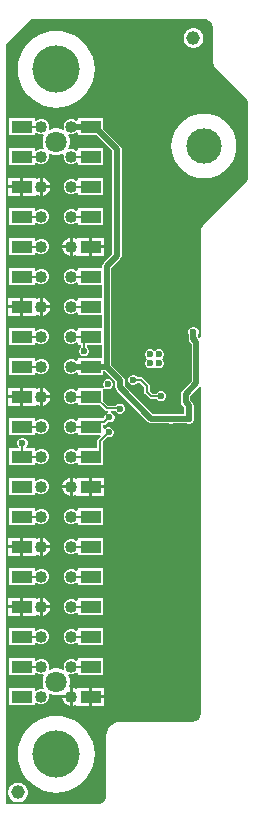
<source format=gtl>
G04*
G04 #@! TF.GenerationSoftware,Altium Limited,Altium Designer,23.1.1 (15)*
G04*
G04 Layer_Physical_Order=1*
G04 Layer_Color=255*
%FSLAX44Y44*%
%MOMM*%
G71*
G04*
G04 #@! TF.SameCoordinates,0AF84104-F659-47EF-A6CA-85AD17C22E92*
G04*
G04*
G04 #@! TF.FilePolarity,Positive*
G04*
G01*
G75*
%ADD11C,0.2000*%
%ADD14R,1.7800X1.0200*%
%ADD16C,1.8000*%
%ADD17C,1.0200*%
%ADD20C,0.5000*%
%ADD21C,1.1520*%
%ADD22C,3.0000*%
%ADD23C,4.0000*%
%ADD24C,0.6000*%
G36*
X170000Y667410D02*
X170730D01*
X172162Y667126D01*
X173510Y666567D01*
X174724Y665756D01*
X175756Y664724D01*
X176567Y663510D01*
X177126Y662161D01*
X177410Y660730D01*
X177410Y660000D01*
Y634142D01*
X177423Y634079D01*
X177414Y634015D01*
X177462Y633035D01*
X177508Y632849D01*
Y632657D01*
X177891Y630734D01*
X177988Y630498D01*
X178038Y630248D01*
X178788Y628437D01*
X178930Y628225D01*
X179028Y627989D01*
X180117Y626359D01*
X180252Y626224D01*
X180351Y626059D01*
X181010Y625332D01*
X181062Y625294D01*
X181098Y625240D01*
X205240Y601098D01*
X205756Y600582D01*
X206567Y599368D01*
X207126Y598019D01*
X207410Y596588D01*
X207410Y595858D01*
X207410Y534142D01*
X207410Y533412D01*
X207126Y531981D01*
X206567Y530632D01*
X205756Y529418D01*
X205240Y528902D01*
X205240Y528902D01*
X171098Y494760D01*
X171062Y494706D01*
X171010Y494668D01*
X170351Y493941D01*
X170252Y493776D01*
X170117Y493641D01*
X169028Y492010D01*
X168930Y491775D01*
X168788Y491563D01*
X168038Y489752D01*
X167988Y489502D01*
X167891Y489266D01*
X167508Y487343D01*
Y487151D01*
X167462Y486965D01*
X167414Y485985D01*
X167423Y485921D01*
X167410Y485858D01*
Y397989D01*
X166158Y397187D01*
X165634Y397349D01*
X165134Y398556D01*
Y400712D01*
X165560Y401741D01*
Y403439D01*
X164910Y405009D01*
X163709Y406210D01*
X162139Y406860D01*
X160441D01*
X158871Y406210D01*
X157670Y405009D01*
X157020Y403439D01*
Y401741D01*
X157446Y400712D01*
Y398199D01*
X157094Y397349D01*
Y395650D01*
X157744Y394081D01*
X158945Y392879D01*
X159405Y392689D01*
X159615Y392479D01*
Y360572D01*
X151802Y352758D01*
X150969Y351511D01*
X150676Y350040D01*
X150676Y350040D01*
Y343380D01*
X150676Y343380D01*
X150969Y341909D01*
X151802Y340662D01*
X153636Y338828D01*
Y332774D01*
X144118D01*
X143089Y333200D01*
X141391D01*
X140362Y332774D01*
X127322D01*
X102904Y357192D01*
Y361950D01*
X102904Y361950D01*
X102611Y363421D01*
X101778Y364668D01*
X101778Y364668D01*
X91754Y374692D01*
Y456878D01*
X99238Y464362D01*
X99238Y464362D01*
X100071Y465609D01*
X100364Y467080D01*
Y557680D01*
X100364Y557680D01*
X100071Y559151D01*
X99238Y560398D01*
X85000Y574636D01*
Y583400D01*
X63200D01*
Y581605D01*
X61930Y581078D01*
X61308Y581700D01*
X58967Y582670D01*
X56433D01*
X54092Y581700D01*
X52300Y579908D01*
X51330Y577567D01*
Y575033D01*
X51491Y574644D01*
X50483Y573760D01*
X49454Y574353D01*
X46519Y575140D01*
X43481D01*
X40546Y574353D01*
X39517Y573760D01*
X38509Y574644D01*
X38670Y575033D01*
Y577567D01*
X37700Y579908D01*
X35908Y581700D01*
X33567Y582670D01*
X31033D01*
X28692Y581700D01*
X28070Y581078D01*
X26800Y581605D01*
Y583400D01*
X5000D01*
Y569200D01*
X26800D01*
Y570995D01*
X28070Y571521D01*
X28692Y570900D01*
X31033Y569930D01*
X33567D01*
X33956Y570091D01*
X34840Y569083D01*
X34246Y568054D01*
X33460Y565119D01*
Y562081D01*
X34246Y559146D01*
X34840Y558117D01*
X33956Y557109D01*
X33567Y557270D01*
X31033D01*
X28692Y556300D01*
X28070Y555678D01*
X26800Y556205D01*
Y558000D01*
X5000D01*
Y543800D01*
X26800D01*
Y545595D01*
X28070Y546121D01*
X28692Y545500D01*
X31033Y544530D01*
X33567D01*
X35908Y545500D01*
X37700Y547292D01*
X38670Y549633D01*
Y552167D01*
X38509Y552556D01*
X39517Y553440D01*
X40546Y552846D01*
X43481Y552060D01*
X46519D01*
X49454Y552846D01*
X50483Y553440D01*
X51491Y552556D01*
X51330Y552167D01*
Y549633D01*
X52300Y547292D01*
X54092Y545500D01*
X56433Y544530D01*
X58967D01*
X61308Y545500D01*
X61930Y546121D01*
X63200Y545595D01*
Y543800D01*
X85000D01*
Y558000D01*
X63200D01*
Y556205D01*
X61930Y555678D01*
X61308Y556300D01*
X58967Y557270D01*
X56433D01*
X56044Y557109D01*
X55160Y558117D01*
X55754Y559146D01*
X56540Y562081D01*
Y565119D01*
X55754Y568054D01*
X55160Y569083D01*
X56044Y570091D01*
X56433Y569930D01*
X58967D01*
X61308Y570900D01*
X61930Y571521D01*
X63200Y570995D01*
Y569200D01*
X79564D01*
X92676Y556088D01*
Y468672D01*
X85192Y461188D01*
X84359Y459941D01*
X84066Y458470D01*
X84066Y458470D01*
Y456400D01*
X63200D01*
Y454605D01*
X61930Y454078D01*
X61308Y454700D01*
X58967Y455670D01*
X56433D01*
X54092Y454700D01*
X52300Y452908D01*
X51330Y450567D01*
Y448033D01*
X52300Y445692D01*
X54092Y443900D01*
X56433Y442930D01*
X58967D01*
X61308Y443900D01*
X61930Y444521D01*
X63200Y443995D01*
Y442200D01*
X84066D01*
Y431000D01*
X63200D01*
Y429205D01*
X61930Y428679D01*
X61308Y429300D01*
X58967Y430270D01*
X56433D01*
X54092Y429300D01*
X52300Y427508D01*
X51330Y425167D01*
Y422633D01*
X52300Y420292D01*
X54092Y418500D01*
X56433Y417530D01*
X58967D01*
X61308Y418500D01*
X61930Y419122D01*
X63200Y418595D01*
Y416800D01*
X84066D01*
Y405600D01*
X63200D01*
Y403805D01*
X61930Y403279D01*
X61308Y403900D01*
X58967Y404870D01*
X56433D01*
X54092Y403900D01*
X52300Y402108D01*
X51330Y399767D01*
Y397233D01*
X52300Y394892D01*
X54092Y393100D01*
X56433Y392130D01*
X58967D01*
X61308Y393100D01*
X61930Y393722D01*
X63200Y393195D01*
Y391400D01*
X66266D01*
Y389743D01*
X66161Y389700D01*
X64960Y388499D01*
X64310Y386929D01*
Y385231D01*
X64960Y383661D01*
X66161Y382460D01*
X67731Y381810D01*
X69429D01*
X70999Y382460D01*
X72200Y383661D01*
X72850Y385231D01*
Y386929D01*
X72200Y388499D01*
X70999Y389700D01*
X70894Y389743D01*
Y391400D01*
X84066D01*
Y380200D01*
X63200D01*
Y378405D01*
X61930Y377878D01*
X61308Y378500D01*
X58967Y379470D01*
X56433D01*
X54092Y378500D01*
X52300Y376708D01*
X51330Y374367D01*
Y371833D01*
X52300Y369492D01*
X54092Y367700D01*
X56433Y366730D01*
X58967D01*
X61308Y367700D01*
X61930Y368321D01*
X63200Y367795D01*
Y366000D01*
X85000D01*
Y369256D01*
X86318D01*
X95216Y360358D01*
Y355600D01*
X95216Y355600D01*
X95509Y354129D01*
X96342Y352882D01*
X123012Y326212D01*
X123012Y326212D01*
X124259Y325379D01*
X125730Y325086D01*
X140362D01*
X141391Y324660D01*
X143089D01*
X144118Y325086D01*
X155602D01*
X156631Y324660D01*
X158329D01*
X159899Y325310D01*
X161100Y326511D01*
X161750Y328081D01*
Y329779D01*
X161324Y330808D01*
Y340420D01*
X161031Y341891D01*
X160198Y343138D01*
X160198Y343138D01*
X158364Y344972D01*
Y348448D01*
X166140Y356225D01*
X166299Y356218D01*
X167410Y355821D01*
X167410Y80000D01*
X167410Y79270D01*
X167125Y77839D01*
X166567Y76490D01*
X165756Y75276D01*
X164724Y74244D01*
X163510Y73433D01*
X162162Y72874D01*
X160730Y72590D01*
X160000D01*
X100000Y72590D01*
X99937Y72577D01*
X99873Y72586D01*
X98893Y72538D01*
X98707Y72492D01*
X98515D01*
X96592Y72109D01*
X96356Y72012D01*
X96106Y71962D01*
X94295Y71212D01*
X94083Y71070D01*
X93847Y70972D01*
X92217Y69883D01*
X92037Y69703D01*
X91825Y69561D01*
X90439Y68175D01*
X90297Y67963D01*
X90117Y67783D01*
X89028Y66153D01*
X88930Y65917D01*
X88788Y65705D01*
X88038Y63894D01*
X87988Y63644D01*
X87891Y63408D01*
X87508Y61485D01*
Y61293D01*
X87462Y61107D01*
X87414Y60127D01*
X87423Y60063D01*
X87410Y60000D01*
X87410Y9270D01*
X87126Y7838D01*
X86567Y6490D01*
X85756Y5276D01*
X84724Y4244D01*
X83510Y3433D01*
X82162Y2874D01*
X80730Y2590D01*
X2590D01*
Y646427D01*
X23573Y667410D01*
X170000Y667410D01*
D02*
G37*
%LPC*%
G36*
X162383Y659810D02*
X160197D01*
X158086Y659244D01*
X156194Y658152D01*
X154648Y656606D01*
X153556Y654714D01*
X152990Y652603D01*
Y650417D01*
X153556Y648306D01*
X154648Y646414D01*
X156194Y644868D01*
X158086Y643776D01*
X160197Y643210D01*
X162383D01*
X164494Y643776D01*
X166386Y644868D01*
X167932Y646414D01*
X169024Y648306D01*
X169590Y650417D01*
Y652603D01*
X169024Y654714D01*
X167932Y656606D01*
X166386Y658152D01*
X164494Y659244D01*
X162383Y659810D01*
D02*
G37*
G36*
X45000Y657505D02*
X39915Y657105D01*
X34955Y655914D01*
X30243Y653962D01*
X25894Y651297D01*
X22015Y647985D01*
X18703Y644106D01*
X16038Y639757D01*
X14086Y635045D01*
X12895Y630085D01*
X12495Y625000D01*
X12895Y619915D01*
X14086Y614955D01*
X16038Y610243D01*
X18703Y605894D01*
X22015Y602015D01*
X25894Y598703D01*
X30243Y596038D01*
X34955Y594086D01*
X39915Y592895D01*
X45000Y592495D01*
X50085Y592895D01*
X55045Y594086D01*
X59757Y596038D01*
X64106Y598703D01*
X67985Y602015D01*
X71297Y605894D01*
X73962Y610243D01*
X75914Y614955D01*
X77105Y619915D01*
X77505Y625000D01*
X77105Y630085D01*
X75914Y635045D01*
X73962Y639757D01*
X71297Y644106D01*
X67985Y647985D01*
X64106Y651297D01*
X59757Y653962D01*
X55045Y655914D01*
X50085Y657105D01*
X45000Y657505D01*
D02*
G37*
G36*
X170000Y587490D02*
X165700Y587151D01*
X161505Y586144D01*
X157520Y584493D01*
X153842Y582240D01*
X150562Y579438D01*
X147760Y576158D01*
X145506Y572480D01*
X143856Y568495D01*
X142849Y564300D01*
X142510Y560000D01*
X142849Y555700D01*
X143856Y551505D01*
X145506Y547520D01*
X147760Y543842D01*
X150562Y540562D01*
X153842Y537760D01*
X157520Y535507D01*
X161505Y533856D01*
X165700Y532849D01*
X170000Y532510D01*
X174300Y532849D01*
X178495Y533856D01*
X182480Y535507D01*
X186158Y537760D01*
X189438Y540562D01*
X192240Y543842D01*
X194494Y547520D01*
X196144Y551505D01*
X197151Y555700D01*
X197490Y560000D01*
X197151Y564300D01*
X196144Y568495D01*
X194494Y572480D01*
X192240Y576158D01*
X189438Y579438D01*
X186158Y582240D01*
X182480Y584493D01*
X178495Y586144D01*
X174300Y587151D01*
X170000Y587490D01*
D02*
G37*
G36*
X85000Y532600D02*
X63200D01*
Y530805D01*
X61930Y530279D01*
X61308Y530900D01*
X58967Y531870D01*
X56433D01*
X54092Y530900D01*
X52300Y529108D01*
X51330Y526767D01*
Y524233D01*
X52300Y521892D01*
X54092Y520100D01*
X56433Y519130D01*
X58967D01*
X61308Y520100D01*
X61930Y520722D01*
X63200Y520195D01*
Y518400D01*
X85000D01*
Y532600D01*
D02*
G37*
G36*
X33570Y533069D02*
Y526770D01*
X39869D01*
X39419Y528449D01*
X38414Y530191D01*
X36991Y531614D01*
X35249Y532619D01*
X33570Y533069D01*
D02*
G37*
G36*
X14630Y533140D02*
X4460D01*
Y526770D01*
X14630D01*
Y533140D01*
D02*
G37*
G36*
X39869Y524230D02*
X33570D01*
Y517931D01*
X35249Y518381D01*
X36991Y519386D01*
X38414Y520809D01*
X39419Y522551D01*
X39869Y524230D01*
D02*
G37*
G36*
X27340Y533140D02*
X17170D01*
Y525500D01*
Y517860D01*
X27340D01*
Y518075D01*
X28610Y518809D01*
X29351Y518381D01*
X31030Y517931D01*
Y525500D01*
Y533069D01*
X29351Y532619D01*
X28610Y532191D01*
X27340Y532925D01*
Y533140D01*
D02*
G37*
G36*
X14630Y524230D02*
X4460D01*
Y517860D01*
X14630D01*
Y524230D01*
D02*
G37*
G36*
X85000Y507200D02*
X63200D01*
Y505405D01*
X61930Y504879D01*
X61308Y505500D01*
X58967Y506470D01*
X56433D01*
X54092Y505500D01*
X52300Y503708D01*
X51330Y501367D01*
Y498833D01*
X52300Y496492D01*
X54092Y494700D01*
X56433Y493730D01*
X58967D01*
X61308Y494700D01*
X61930Y495322D01*
X63200Y494795D01*
Y493000D01*
X85000D01*
Y507200D01*
D02*
G37*
G36*
X26800D02*
X5000D01*
Y493000D01*
X26800D01*
Y494795D01*
X28070Y495322D01*
X28692Y494700D01*
X31033Y493730D01*
X33567D01*
X35908Y494700D01*
X37700Y496492D01*
X38670Y498833D01*
Y501367D01*
X37700Y503708D01*
X35908Y505500D01*
X33567Y506470D01*
X31033D01*
X28692Y505500D01*
X28070Y504879D01*
X26800Y505405D01*
Y507200D01*
D02*
G37*
G36*
X72830Y482340D02*
X62660D01*
Y482125D01*
X61390Y481391D01*
X60649Y481819D01*
X58970Y482269D01*
Y474700D01*
Y467131D01*
X60649Y467581D01*
X61390Y468008D01*
X62660Y467275D01*
Y467060D01*
X72830D01*
Y474700D01*
Y482340D01*
D02*
G37*
G36*
X85540D02*
X75370D01*
Y475970D01*
X85540D01*
Y482340D01*
D02*
G37*
G36*
X56430Y482269D02*
X54751Y481819D01*
X53009Y480813D01*
X51586Y479391D01*
X50581Y477649D01*
X50131Y475970D01*
X56430D01*
Y482269D01*
D02*
G37*
G36*
X26800Y481800D02*
X5000D01*
Y467600D01*
X26800D01*
Y469395D01*
X28070Y469921D01*
X28692Y469300D01*
X31033Y468330D01*
X33567D01*
X35908Y469300D01*
X37700Y471092D01*
X38670Y473433D01*
Y475967D01*
X37700Y478308D01*
X35908Y480100D01*
X33567Y481070D01*
X31033D01*
X28692Y480100D01*
X28070Y479478D01*
X26800Y480005D01*
Y481800D01*
D02*
G37*
G36*
X56430Y473430D02*
X50131D01*
X50581Y471751D01*
X51586Y470009D01*
X53009Y468587D01*
X54751Y467581D01*
X56430Y467131D01*
Y473430D01*
D02*
G37*
G36*
X85540D02*
X75370D01*
Y467060D01*
X85540D01*
Y473430D01*
D02*
G37*
G36*
X26800Y456400D02*
X5000D01*
Y442200D01*
X26800D01*
Y443995D01*
X28070Y444521D01*
X28692Y443900D01*
X31033Y442930D01*
X33567D01*
X35908Y443900D01*
X37700Y445692D01*
X38670Y448033D01*
Y450567D01*
X37700Y452908D01*
X35908Y454700D01*
X33567Y455670D01*
X31033D01*
X28692Y454700D01*
X28070Y454078D01*
X26800Y454605D01*
Y456400D01*
D02*
G37*
G36*
X33570Y431469D02*
Y425170D01*
X39869D01*
X39419Y426849D01*
X38414Y428591D01*
X36991Y430014D01*
X35249Y431019D01*
X33570Y431469D01*
D02*
G37*
G36*
X14630Y431540D02*
X4460D01*
Y425170D01*
X14630D01*
Y431540D01*
D02*
G37*
G36*
X39869Y422630D02*
X33570D01*
Y416331D01*
X35249Y416781D01*
X36991Y417786D01*
X38414Y419209D01*
X39419Y420951D01*
X39869Y422630D01*
D02*
G37*
G36*
X27340Y431540D02*
X17170D01*
Y423900D01*
Y416260D01*
X27340D01*
Y416475D01*
X28610Y417209D01*
X29351Y416781D01*
X31030Y416331D01*
Y423900D01*
Y431469D01*
X29351Y431019D01*
X28610Y430591D01*
X27340Y431325D01*
Y431540D01*
D02*
G37*
G36*
X14630Y422630D02*
X4460D01*
Y416260D01*
X14630D01*
Y422630D01*
D02*
G37*
G36*
X26800Y405600D02*
X5000D01*
Y391400D01*
X26800D01*
Y393195D01*
X28070Y393722D01*
X28692Y393100D01*
X31033Y392130D01*
X33567D01*
X35908Y393100D01*
X37700Y394892D01*
X38670Y397233D01*
Y399767D01*
X37700Y402108D01*
X35908Y403900D01*
X33567Y404870D01*
X31033D01*
X28692Y403900D01*
X28070Y403279D01*
X26800Y403805D01*
Y405600D01*
D02*
G37*
G36*
X132929Y387810D02*
X131231D01*
X129661Y387160D01*
X129100Y386598D01*
X128270Y386078D01*
X127440Y386598D01*
X126879Y387160D01*
X125309Y387810D01*
X123611D01*
X122041Y387160D01*
X120840Y385959D01*
X120190Y384389D01*
Y382691D01*
X120840Y381121D01*
X121402Y380560D01*
X121922Y379730D01*
X121402Y378900D01*
X120840Y378339D01*
X120190Y376769D01*
Y375071D01*
X120840Y373501D01*
X122041Y372300D01*
X123611Y371650D01*
X125309D01*
X126879Y372300D01*
X127440Y372862D01*
X128270Y373382D01*
X129100Y372862D01*
X129661Y372300D01*
X131231Y371650D01*
X132929D01*
X134499Y372300D01*
X135700Y373501D01*
X136350Y375071D01*
Y376769D01*
X135700Y378339D01*
X135138Y378900D01*
X134618Y379730D01*
X135138Y380560D01*
X135700Y381121D01*
X136350Y382691D01*
Y384389D01*
X135700Y385959D01*
X134499Y387160D01*
X132929Y387810D01*
D02*
G37*
G36*
X26800Y380200D02*
X5000D01*
Y366000D01*
X26800D01*
Y367795D01*
X28070Y368321D01*
X28692Y367700D01*
X31033Y366730D01*
X33567D01*
X35908Y367700D01*
X37700Y369492D01*
X38670Y371833D01*
Y374367D01*
X37700Y376708D01*
X35908Y378500D01*
X33567Y379470D01*
X31033D01*
X28692Y378500D01*
X28070Y377878D01*
X26800Y378405D01*
Y380200D01*
D02*
G37*
G36*
X89749Y362410D02*
X88051D01*
X86481Y361760D01*
X85280Y360559D01*
X84630Y358989D01*
Y357291D01*
X85164Y356002D01*
X84705Y355116D01*
X84405Y354800D01*
X83976Y354800D01*
X63200D01*
Y353005D01*
X61930Y352478D01*
X61308Y353100D01*
X58967Y354070D01*
X56433D01*
X54092Y353100D01*
X52300Y351308D01*
X51330Y348967D01*
Y346433D01*
X52300Y344092D01*
X54092Y342300D01*
X56433Y341330D01*
X58967D01*
X61308Y342300D01*
X61930Y342921D01*
X63200Y342395D01*
Y340600D01*
X81727D01*
X86143Y336183D01*
X86894Y335682D01*
X87780Y335505D01*
X88502D01*
X88755Y334235D01*
X87751Y333820D01*
X86550Y332619D01*
X85900Y331049D01*
Y330293D01*
X85000Y329400D01*
X63200D01*
Y327605D01*
X61930Y327079D01*
X61308Y327700D01*
X58967Y328670D01*
X56433D01*
X54092Y327700D01*
X52300Y325908D01*
X51330Y323567D01*
Y321033D01*
X52300Y318692D01*
X54092Y316900D01*
X56433Y315930D01*
X58967D01*
X61308Y316900D01*
X61930Y317521D01*
X63200Y316995D01*
Y315200D01*
X82152D01*
X82638Y314027D01*
X80363Y311752D01*
X79862Y311001D01*
X79686Y310116D01*
Y304000D01*
X63200D01*
Y302205D01*
X61930Y301679D01*
X61308Y302300D01*
X58967Y303270D01*
X56433D01*
X54092Y302300D01*
X52300Y300508D01*
X51330Y298167D01*
Y295633D01*
X52300Y293292D01*
X54092Y291500D01*
X56433Y290530D01*
X58967D01*
X61308Y291500D01*
X61930Y292122D01*
X63200Y291595D01*
Y289800D01*
X85000D01*
Y304000D01*
X84314D01*
Y309157D01*
X88450Y313292D01*
X88554Y313249D01*
X90253D01*
X91822Y313899D01*
X93024Y315100D01*
X93673Y316670D01*
Y318368D01*
X93024Y319938D01*
X91822Y321139D01*
X90253Y321789D01*
X88554D01*
X86985Y321139D01*
X86270Y320424D01*
X85000Y320950D01*
Y323643D01*
X85927D01*
X86813Y323819D01*
X87564Y324321D01*
X89216Y325973D01*
X89321Y325930D01*
X91019D01*
X92589Y326580D01*
X93790Y327781D01*
X94440Y329351D01*
Y331049D01*
X93790Y332619D01*
X92589Y333820D01*
X91585Y334235D01*
X91838Y335505D01*
X95502D01*
X95619Y335222D01*
X96821Y334021D01*
X98390Y333371D01*
X100089D01*
X101658Y334021D01*
X102859Y335222D01*
X103509Y336791D01*
Y338490D01*
X102859Y340059D01*
X101658Y341260D01*
X100089Y341911D01*
X98390D01*
X96821Y341260D01*
X95695Y340135D01*
X88739D01*
X85000Y343873D01*
X85000Y353776D01*
Y353780D01*
Y353780D01*
X85000Y354205D01*
X86270Y354731D01*
X86481Y354520D01*
X88051Y353870D01*
X89749D01*
X91319Y354520D01*
X92520Y355721D01*
X93170Y357291D01*
Y358989D01*
X92520Y360559D01*
X91319Y361760D01*
X89749Y362410D01*
D02*
G37*
G36*
X33570Y355269D02*
Y348970D01*
X39869D01*
X39419Y350649D01*
X38414Y352391D01*
X36991Y353814D01*
X35249Y354819D01*
X33570Y355269D01*
D02*
G37*
G36*
X14630Y355340D02*
X4460D01*
Y348970D01*
X14630D01*
Y355340D01*
D02*
G37*
G36*
X111339Y366220D02*
X109641D01*
X108071Y365570D01*
X106870Y364369D01*
X106220Y362799D01*
Y361101D01*
X106870Y359531D01*
X108071Y358330D01*
X109641Y357680D01*
X111339D01*
X112909Y358330D01*
X114110Y359531D01*
X114153Y359636D01*
X115881D01*
X119606Y355911D01*
Y351790D01*
X119782Y350904D01*
X120283Y350153D01*
X124075Y346362D01*
X124826Y345860D01*
X125711Y345684D01*
X128102D01*
X128414Y345746D01*
X130127D01*
X130170Y345642D01*
X131371Y344441D01*
X132940Y343791D01*
X134639D01*
X136208Y344441D01*
X137410Y345642D01*
X138060Y347211D01*
Y348910D01*
X137410Y350480D01*
X136208Y351681D01*
X134639Y352331D01*
X132940D01*
X131371Y351681D01*
X130170Y350480D01*
X130127Y350375D01*
X128164D01*
X127852Y350313D01*
X126670D01*
X124235Y352749D01*
Y356870D01*
X124058Y357756D01*
X123557Y358507D01*
X118477Y363587D01*
X117726Y364088D01*
X116840Y364264D01*
X114153D01*
X114110Y364369D01*
X112909Y365570D01*
X111339Y366220D01*
D02*
G37*
G36*
X39869Y346430D02*
X33570D01*
Y340131D01*
X35249Y340581D01*
X36991Y341586D01*
X38414Y343009D01*
X39419Y344751D01*
X39869Y346430D01*
D02*
G37*
G36*
X27340Y355340D02*
X17170D01*
Y347700D01*
Y340060D01*
X27340D01*
Y340275D01*
X28610Y341008D01*
X29351Y340581D01*
X31030Y340131D01*
Y347700D01*
Y355269D01*
X29351Y354819D01*
X28610Y354391D01*
X27340Y355125D01*
Y355340D01*
D02*
G37*
G36*
X14630Y346430D02*
X4460D01*
Y340060D01*
X14630D01*
Y346430D01*
D02*
G37*
G36*
X26800Y329400D02*
X5000D01*
Y315200D01*
X26800D01*
Y316995D01*
X28070Y317521D01*
X28692Y316900D01*
X31033Y315930D01*
X33567D01*
X35908Y316900D01*
X37700Y318692D01*
X38670Y321033D01*
Y323567D01*
X37700Y325908D01*
X35908Y327700D01*
X33567Y328670D01*
X31033D01*
X28692Y327700D01*
X28070Y327079D01*
X26800Y327605D01*
Y329400D01*
D02*
G37*
G36*
X17359Y312880D02*
X15661D01*
X14091Y312230D01*
X12890Y311029D01*
X12240Y309459D01*
Y307761D01*
X12890Y306191D01*
X13811Y305270D01*
X13415Y304000D01*
X5000D01*
Y289800D01*
X26800D01*
Y291595D01*
X28070Y292122D01*
X28692Y291500D01*
X31033Y290530D01*
X33567D01*
X35908Y291500D01*
X37700Y293292D01*
X38670Y295633D01*
Y298167D01*
X37700Y300508D01*
X35908Y302300D01*
X33567Y303270D01*
X31033D01*
X28692Y302300D01*
X28070Y301679D01*
X26800Y302205D01*
Y304000D01*
X19605D01*
X19209Y305270D01*
X20130Y306191D01*
X20780Y307761D01*
Y309459D01*
X20130Y311029D01*
X18929Y312230D01*
X17359Y312880D01*
D02*
G37*
G36*
X72830Y279140D02*
X62660D01*
Y278925D01*
X61390Y278191D01*
X60649Y278619D01*
X58970Y279069D01*
Y271500D01*
Y263931D01*
X60649Y264381D01*
X61390Y264809D01*
X62660Y264075D01*
Y263860D01*
X72830D01*
Y271500D01*
Y279140D01*
D02*
G37*
G36*
X85540D02*
X75370D01*
Y272770D01*
X85540D01*
Y279140D01*
D02*
G37*
G36*
X56430Y279069D02*
X54751Y278619D01*
X53009Y277614D01*
X51586Y276191D01*
X50581Y274449D01*
X50131Y272770D01*
X56430D01*
Y279069D01*
D02*
G37*
G36*
X26800Y278600D02*
X5000D01*
Y264400D01*
X26800D01*
Y266195D01*
X28070Y266721D01*
X28692Y266100D01*
X31033Y265130D01*
X33567D01*
X35908Y266100D01*
X37700Y267892D01*
X38670Y270233D01*
Y272767D01*
X37700Y275108D01*
X35908Y276900D01*
X33567Y277870D01*
X31033D01*
X28692Y276900D01*
X28070Y276278D01*
X26800Y276805D01*
Y278600D01*
D02*
G37*
G36*
X56430Y270230D02*
X50131D01*
X50581Y268551D01*
X51586Y266809D01*
X53009Y265387D01*
X54751Y264381D01*
X56430Y263931D01*
Y270230D01*
D02*
G37*
G36*
X85540D02*
X75370D01*
Y263860D01*
X85540D01*
Y270230D01*
D02*
G37*
G36*
X85000Y253200D02*
X63200D01*
Y251405D01*
X61930Y250879D01*
X61308Y251500D01*
X58967Y252470D01*
X56433D01*
X54092Y251500D01*
X52300Y249708D01*
X51330Y247367D01*
Y244833D01*
X52300Y242492D01*
X54092Y240700D01*
X56433Y239730D01*
X58967D01*
X61308Y240700D01*
X61930Y241322D01*
X63200Y240795D01*
Y239000D01*
X85000D01*
Y253200D01*
D02*
G37*
G36*
X26800D02*
X5000D01*
Y239000D01*
X26800D01*
Y240795D01*
X28070Y241322D01*
X28692Y240700D01*
X31033Y239730D01*
X33567D01*
X35908Y240700D01*
X37700Y242492D01*
X38670Y244833D01*
Y247367D01*
X37700Y249708D01*
X35908Y251500D01*
X33567Y252470D01*
X31033D01*
X28692Y251500D01*
X28070Y250879D01*
X26800Y251405D01*
Y253200D01*
D02*
G37*
G36*
X85000Y227800D02*
X63200D01*
Y226005D01*
X61930Y225478D01*
X61308Y226100D01*
X58967Y227070D01*
X56433D01*
X54092Y226100D01*
X52300Y224308D01*
X51330Y221967D01*
Y219433D01*
X52300Y217092D01*
X54092Y215300D01*
X56433Y214330D01*
X58967D01*
X61308Y215300D01*
X61930Y215921D01*
X63200Y215395D01*
Y213600D01*
X85000D01*
Y227800D01*
D02*
G37*
G36*
X33570Y228269D02*
Y221970D01*
X39869D01*
X39419Y223649D01*
X38414Y225391D01*
X36991Y226814D01*
X35249Y227819D01*
X33570Y228269D01*
D02*
G37*
G36*
X14630Y228340D02*
X4460D01*
Y221970D01*
X14630D01*
Y228340D01*
D02*
G37*
G36*
X39869Y219430D02*
X33570D01*
Y213131D01*
X35249Y213581D01*
X36991Y214587D01*
X38414Y216009D01*
X39419Y217751D01*
X39869Y219430D01*
D02*
G37*
G36*
X27340Y228340D02*
X17170D01*
Y220700D01*
Y213060D01*
X27340D01*
Y213275D01*
X28610Y214009D01*
X29351Y213581D01*
X31030Y213131D01*
Y220700D01*
Y228269D01*
X29351Y227819D01*
X28610Y227391D01*
X27340Y228125D01*
Y228340D01*
D02*
G37*
G36*
X14630Y219430D02*
X4460D01*
Y213060D01*
X14630D01*
Y219430D01*
D02*
G37*
G36*
X85000Y202400D02*
X63200D01*
Y200605D01*
X61930Y200079D01*
X61308Y200700D01*
X58967Y201670D01*
X56433D01*
X54092Y200700D01*
X52300Y198908D01*
X51330Y196567D01*
Y194033D01*
X52300Y191692D01*
X54092Y189900D01*
X56433Y188930D01*
X58967D01*
X61308Y189900D01*
X61930Y190522D01*
X63200Y189995D01*
Y188200D01*
X85000D01*
Y202400D01*
D02*
G37*
G36*
X26800D02*
X5000D01*
Y188200D01*
X26800D01*
Y189995D01*
X28070Y190522D01*
X28692Y189900D01*
X31033Y188930D01*
X33567D01*
X35908Y189900D01*
X37700Y191692D01*
X38670Y194033D01*
Y196567D01*
X37700Y198908D01*
X35908Y200700D01*
X33567Y201670D01*
X31033D01*
X28692Y200700D01*
X28070Y200079D01*
X26800Y200605D01*
Y202400D01*
D02*
G37*
G36*
X85000Y177000D02*
X63200D01*
Y175205D01*
X61930Y174678D01*
X61308Y175300D01*
X58967Y176270D01*
X56433D01*
X54092Y175300D01*
X52300Y173508D01*
X51330Y171167D01*
Y168633D01*
X52300Y166292D01*
X54092Y164500D01*
X56433Y163530D01*
X58967D01*
X61308Y164500D01*
X61930Y165121D01*
X63200Y164595D01*
Y162800D01*
X85000D01*
Y177000D01*
D02*
G37*
G36*
X33570Y177469D02*
Y171170D01*
X39869D01*
X39419Y172849D01*
X38414Y174591D01*
X36991Y176014D01*
X35249Y177019D01*
X33570Y177469D01*
D02*
G37*
G36*
X14630Y177540D02*
X4460D01*
Y171170D01*
X14630D01*
Y177540D01*
D02*
G37*
G36*
X39869Y168630D02*
X33570D01*
Y162331D01*
X35249Y162781D01*
X36991Y163787D01*
X38414Y165209D01*
X39419Y166951D01*
X39869Y168630D01*
D02*
G37*
G36*
X27340Y177540D02*
X17170D01*
Y169900D01*
Y162260D01*
X27340D01*
Y162475D01*
X28610Y163209D01*
X29351Y162781D01*
X31030Y162331D01*
Y169900D01*
Y177469D01*
X29351Y177019D01*
X28610Y176591D01*
X27340Y177325D01*
Y177540D01*
D02*
G37*
G36*
X14630Y168630D02*
X4460D01*
Y162260D01*
X14630D01*
Y168630D01*
D02*
G37*
G36*
X85000Y151600D02*
X63200D01*
Y149805D01*
X61930Y149278D01*
X61308Y149900D01*
X58967Y150870D01*
X56433D01*
X54092Y149900D01*
X52300Y148108D01*
X51330Y145767D01*
Y143233D01*
X52300Y140892D01*
X54092Y139100D01*
X56433Y138130D01*
X58967D01*
X61308Y139100D01*
X61930Y139721D01*
X63200Y139195D01*
Y137400D01*
X85000D01*
Y151600D01*
D02*
G37*
G36*
X26800D02*
X5000D01*
Y137400D01*
X26800D01*
Y139195D01*
X28070Y139721D01*
X28692Y139100D01*
X31033Y138130D01*
X33567D01*
X35908Y139100D01*
X37700Y140892D01*
X38670Y143233D01*
Y145767D01*
X37700Y148108D01*
X35908Y149900D01*
X33567Y150870D01*
X31033D01*
X28692Y149900D01*
X28070Y149278D01*
X26800Y149805D01*
Y151600D01*
D02*
G37*
G36*
X85000Y126200D02*
X63200D01*
Y124405D01*
X61930Y123878D01*
X61308Y124500D01*
X58967Y125470D01*
X56433D01*
X54092Y124500D01*
X52300Y122708D01*
X51330Y120367D01*
Y117833D01*
X51491Y117444D01*
X50483Y116560D01*
X49454Y117154D01*
X46519Y117940D01*
X43481D01*
X40546Y117154D01*
X39517Y116560D01*
X38509Y117444D01*
X38670Y117833D01*
Y120367D01*
X37700Y122708D01*
X35908Y124500D01*
X33567Y125470D01*
X31033D01*
X28692Y124500D01*
X28070Y123878D01*
X26800Y124405D01*
Y126200D01*
X5000D01*
Y112000D01*
X26800D01*
Y113795D01*
X28070Y114321D01*
X28692Y113700D01*
X31033Y112730D01*
X33567D01*
X33956Y112891D01*
X34840Y111883D01*
X34246Y110854D01*
X33460Y107919D01*
Y104881D01*
X34246Y101946D01*
X34840Y100917D01*
X33956Y99909D01*
X33567Y100070D01*
X31033D01*
X28692Y99100D01*
X28070Y98478D01*
X26800Y99005D01*
Y100800D01*
X5000D01*
Y86600D01*
X26800D01*
Y88395D01*
X28070Y88921D01*
X28692Y88300D01*
X31033Y87330D01*
X33567D01*
X35908Y88300D01*
X37700Y90092D01*
X38670Y92433D01*
Y94967D01*
X38509Y95356D01*
X39517Y96240D01*
X40546Y95646D01*
X43481Y94860D01*
X46519D01*
X48962Y95514D01*
X49701Y94970D01*
X56430D01*
Y101699D01*
X55886Y102438D01*
X56540Y104881D01*
Y107919D01*
X55754Y110854D01*
X55160Y111883D01*
X56044Y112891D01*
X56433Y112730D01*
X58967D01*
X61308Y113700D01*
X61930Y114321D01*
X63200Y113795D01*
Y112000D01*
X85000D01*
Y126200D01*
D02*
G37*
G36*
X72830Y101340D02*
X62660D01*
Y101125D01*
X61390Y100391D01*
X60649Y100819D01*
X58970Y101269D01*
Y93700D01*
X57700D01*
D01*
X58970D01*
Y86131D01*
X60649Y86581D01*
X61390Y87008D01*
X62660Y86275D01*
Y86060D01*
X72830D01*
Y93700D01*
Y101340D01*
D02*
G37*
G36*
X85540D02*
X75370D01*
Y94970D01*
X85540D01*
Y101340D01*
D02*
G37*
G36*
X56430Y92430D02*
X50131D01*
X50581Y90751D01*
X51586Y89009D01*
X53009Y87586D01*
X54751Y86581D01*
X56430Y86131D01*
Y92430D01*
D02*
G37*
G36*
X85540D02*
X75370D01*
Y86060D01*
X85540D01*
Y92430D01*
D02*
G37*
G36*
X45000Y77505D02*
X39915Y77105D01*
X34955Y75914D01*
X30243Y73962D01*
X25894Y71297D01*
X22015Y67985D01*
X18703Y64106D01*
X16038Y59757D01*
X14086Y55045D01*
X12895Y50085D01*
X12495Y45000D01*
X12895Y39915D01*
X14086Y34955D01*
X16038Y30243D01*
X18703Y25894D01*
X22015Y22015D01*
X25894Y18703D01*
X30243Y16038D01*
X34955Y14086D01*
X39915Y12895D01*
X45000Y12495D01*
X50085Y12895D01*
X55045Y14086D01*
X59757Y16038D01*
X64106Y18703D01*
X67985Y22015D01*
X71297Y25894D01*
X73962Y30243D01*
X75914Y34955D01*
X77105Y39915D01*
X77505Y45000D01*
X77105Y50085D01*
X75914Y55045D01*
X73962Y59757D01*
X71297Y64106D01*
X67985Y67985D01*
X64106Y71297D01*
X59757Y73962D01*
X55045Y75914D01*
X50085Y77105D01*
X45000Y77505D01*
D02*
G37*
G36*
X13793Y21000D02*
X11607D01*
X9496Y20434D01*
X7604Y19342D01*
X6058Y17796D01*
X4966Y15904D01*
X4400Y13793D01*
Y11607D01*
X4966Y9496D01*
X6058Y7604D01*
X7604Y6058D01*
X9496Y4966D01*
X11607Y4400D01*
X13793D01*
X15904Y4966D01*
X17796Y6058D01*
X19342Y7604D01*
X20434Y9496D01*
X21000Y11607D01*
Y13793D01*
X20434Y15904D01*
X19342Y17796D01*
X17796Y19342D01*
X15904Y20434D01*
X13793Y21000D01*
D02*
G37*
%LPD*%
D11*
X15900Y500100D02*
X32300D01*
X57700D02*
X74100D01*
X57700Y525500D02*
X74100D01*
X57700Y550900D02*
X74100D01*
X15900D02*
X32300D01*
X15900Y576300D02*
X32300D01*
X15900Y474700D02*
X32300D01*
X15900Y449300D02*
X32300D01*
X57700D02*
X74100D01*
X57700Y423900D02*
X74100D01*
X15900Y398500D02*
X32300D01*
X57700D02*
X72680D01*
X15900Y373100D02*
X32300D01*
X15900Y322300D02*
X32300D01*
X57700Y246100D02*
X74100D01*
X15900D02*
X32300D01*
X57700Y220700D02*
X74100D01*
X15900Y195300D02*
X32300D01*
X57700D02*
X74100D01*
X57700Y169900D02*
X74100D01*
X15900Y144500D02*
X32300D01*
X57700D02*
X74100D01*
X57700Y119100D02*
X74100D01*
X15900D02*
X32300D01*
X15900Y296900D02*
X32300D01*
X57700Y347700D02*
X74100D01*
X57700Y296900D02*
X74100D01*
X57700Y322300D02*
X74100D01*
X128164Y348061D02*
X133790D01*
X128102Y347999D02*
X128164Y348061D01*
X125711Y347999D02*
X128102D01*
X121920Y351790D02*
X125711Y347999D01*
X121920Y351790D02*
Y356870D01*
X87780Y337820D02*
X99060D01*
X99240Y337640D01*
X82000Y310116D02*
X89404Y317519D01*
X82000Y301000D02*
Y310116D01*
X77900Y296900D02*
X82000Y301000D01*
X74100Y296900D02*
X77900D01*
X110490Y361950D02*
X116840D01*
X121920Y356870D01*
X68580Y394400D02*
X72680Y398500D01*
X68580Y386080D02*
Y394400D01*
X72680Y398500D02*
X74100D01*
Y322300D02*
X77757Y325957D01*
X85927D01*
X90170Y330200D01*
X74100Y347700D02*
X77900D01*
X87780Y337820D01*
X15900Y296900D02*
X16510Y297510D01*
Y308610D01*
D14*
X74100Y93700D02*
D03*
Y119100D02*
D03*
Y144500D02*
D03*
Y169900D02*
D03*
Y195300D02*
D03*
Y220700D02*
D03*
Y246100D02*
D03*
Y271500D02*
D03*
Y296900D02*
D03*
Y322300D02*
D03*
Y347700D02*
D03*
Y373100D02*
D03*
Y398500D02*
D03*
Y423900D02*
D03*
Y449300D02*
D03*
Y474700D02*
D03*
Y500100D02*
D03*
Y525500D02*
D03*
Y550900D02*
D03*
Y576300D02*
D03*
X15900Y93700D02*
D03*
Y119100D02*
D03*
Y144500D02*
D03*
Y169900D02*
D03*
Y195300D02*
D03*
Y220700D02*
D03*
Y246100D02*
D03*
Y271500D02*
D03*
Y296900D02*
D03*
Y322300D02*
D03*
Y347700D02*
D03*
Y373100D02*
D03*
Y398500D02*
D03*
Y423900D02*
D03*
Y449300D02*
D03*
Y474700D02*
D03*
Y500100D02*
D03*
Y525500D02*
D03*
Y550900D02*
D03*
Y576300D02*
D03*
D16*
X45000Y563600D02*
D03*
Y106400D02*
D03*
D17*
X32300Y576300D02*
D03*
Y550900D02*
D03*
Y525500D02*
D03*
Y500100D02*
D03*
Y474700D02*
D03*
Y449300D02*
D03*
Y423900D02*
D03*
Y398500D02*
D03*
Y373100D02*
D03*
Y347700D02*
D03*
Y322300D02*
D03*
Y296900D02*
D03*
Y271500D02*
D03*
Y246100D02*
D03*
Y220700D02*
D03*
Y195300D02*
D03*
Y169900D02*
D03*
Y144500D02*
D03*
Y119100D02*
D03*
Y93700D02*
D03*
X57700Y144500D02*
D03*
Y119100D02*
D03*
Y93700D02*
D03*
Y576300D02*
D03*
Y550900D02*
D03*
Y525500D02*
D03*
Y500100D02*
D03*
Y474700D02*
D03*
Y449300D02*
D03*
Y423900D02*
D03*
Y398500D02*
D03*
Y373100D02*
D03*
Y347700D02*
D03*
Y322300D02*
D03*
Y296900D02*
D03*
Y271500D02*
D03*
Y246100D02*
D03*
Y220700D02*
D03*
Y195300D02*
D03*
Y169900D02*
D03*
D20*
X157480Y328930D02*
Y340420D01*
X154520Y343380D02*
X157480Y340420D01*
X163459Y358979D02*
Y394071D01*
X154520Y350040D02*
X163459Y358979D01*
X154520Y343380D02*
Y350040D01*
X142240Y328930D02*
X155012D01*
X157480D01*
X125730D02*
X142240D01*
X57700Y373100D02*
X74100D01*
X57700Y576300D02*
X74100D01*
X87910Y373100D02*
Y458470D01*
X96520Y467080D02*
Y557680D01*
X87910Y458470D02*
X96520Y467080D01*
X74100Y576300D02*
X77900D01*
X96520Y557680D01*
X99060Y355600D02*
X125730Y328930D01*
X99060Y355600D02*
Y361950D01*
X87910Y373100D02*
X99060Y361950D01*
X74100Y373100D02*
X87910D01*
X161290Y396240D02*
Y402590D01*
X161364Y396499D02*
X161555Y396308D01*
Y395975D02*
X163459Y394071D01*
X161555Y395975D02*
Y396308D01*
D21*
X161290Y651510D02*
D03*
X12700Y12700D02*
D03*
D22*
X170000Y560000D02*
D03*
D23*
X45000Y625000D02*
D03*
Y45000D02*
D03*
D24*
X12700Y594360D02*
D03*
X200000Y580000D02*
D03*
Y540000D02*
D03*
X180000Y620000D02*
D03*
X190000Y600000D02*
D03*
Y520000D02*
D03*
X160000Y620000D02*
D03*
X170000Y600000D02*
D03*
Y520000D02*
D03*
X160000Y500000D02*
D03*
Y460000D02*
D03*
Y260000D02*
D03*
X140000Y620000D02*
D03*
X150000Y600000D02*
D03*
X140000Y580000D02*
D03*
Y540000D02*
D03*
X150000Y520000D02*
D03*
X140000Y460000D02*
D03*
X150000Y440000D02*
D03*
Y280000D02*
D03*
X140000Y260000D02*
D03*
X150000Y240000D02*
D03*
Y80000D02*
D03*
X120000Y660000D02*
D03*
X130000Y640000D02*
D03*
X120000Y620000D02*
D03*
X130000Y600000D02*
D03*
X120000Y580000D02*
D03*
X130000Y560000D02*
D03*
X120000Y540000D02*
D03*
X130000Y520000D02*
D03*
Y320000D02*
D03*
X120000Y300000D02*
D03*
X130000Y280000D02*
D03*
X120000Y260000D02*
D03*
X130000Y240000D02*
D03*
Y80000D02*
D03*
X100000Y660000D02*
D03*
X110000Y640000D02*
D03*
X100000Y620000D02*
D03*
X110000Y600000D02*
D03*
X100000Y580000D02*
D03*
X110000Y560000D02*
D03*
Y520000D02*
D03*
Y440000D02*
D03*
Y320000D02*
D03*
X100000Y300000D02*
D03*
X110000Y280000D02*
D03*
X100000Y260000D02*
D03*
X110000Y240000D02*
D03*
Y80000D02*
D03*
X80000Y660000D02*
D03*
X90000Y640000D02*
D03*
Y600000D02*
D03*
X80000Y540000D02*
D03*
Y460000D02*
D03*
X90000Y280000D02*
D03*
X80000Y260000D02*
D03*
X90000Y240000D02*
D03*
Y200000D02*
D03*
Y160000D02*
D03*
Y120000D02*
D03*
Y80000D02*
D03*
X80000Y60000D02*
D03*
Y20000D02*
D03*
X60000Y660000D02*
D03*
Y260000D02*
D03*
X70000Y80000D02*
D03*
X40000Y540000D02*
D03*
Y460000D02*
D03*
X50000Y440000D02*
D03*
Y360000D02*
D03*
X40000Y340000D02*
D03*
X50000Y280000D02*
D03*
X40000Y260000D02*
D03*
Y180000D02*
D03*
X50000Y160000D02*
D03*
X20000Y540000D02*
D03*
Y460000D02*
D03*
X30000Y360000D02*
D03*
X20000Y260000D02*
D03*
X30000Y80000D02*
D03*
X132080Y383540D02*
D03*
Y375920D02*
D03*
X124460Y383540D02*
D03*
Y375920D02*
D03*
X162560Y346710D02*
D03*
X145630Y361950D02*
D03*
X129540Y339090D02*
D03*
X110395Y398685D02*
D03*
X133790Y348061D02*
D03*
X88900Y358140D02*
D03*
X99240Y337640D02*
D03*
X89404Y317519D02*
D03*
X110490Y361950D02*
D03*
X68580Y386080D02*
D03*
X90170Y330200D02*
D03*
X16510Y308610D02*
D03*
X161290Y402590D02*
D03*
X161364Y396499D02*
D03*
X157480Y328930D02*
D03*
X142240D02*
D03*
X152400Y396240D02*
D03*
X100330Y374650D02*
D03*
X138430Y407670D02*
D03*
M02*

</source>
